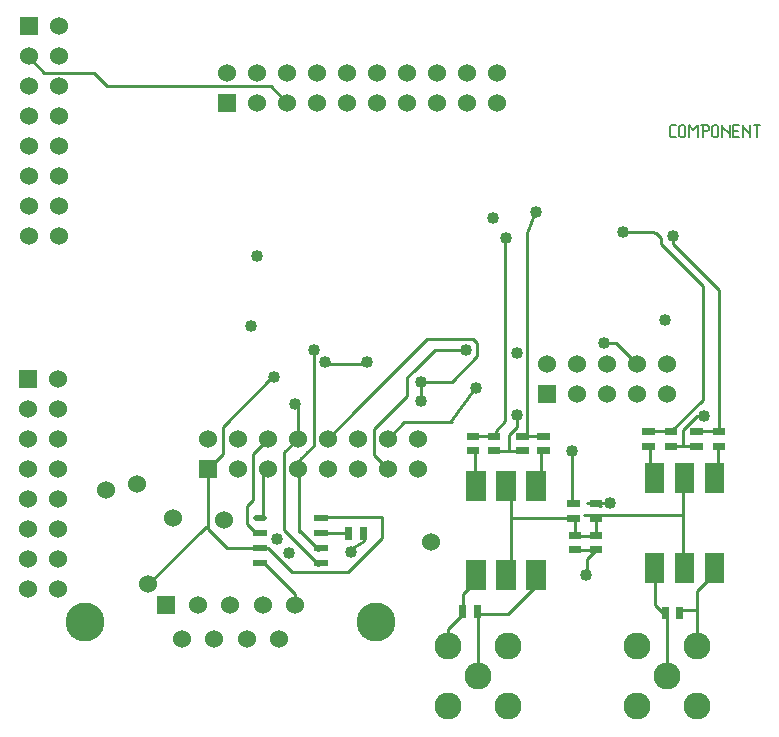
<source format=gbr>
G04 Title: RX Daughterboard, layergroup #2 *
G04 Creator: pcb-bin 1.99p *
G04 CreationDate: Thu Dec 30 23:48:06 2004 UTC *
G04 For: matt *
G04 Format: Gerber/RS-274X *
G04 PCB-Dimensions: 275000 250000 *
G04 PCB-Coordinate-Origin: lower left *
%MOIN*%
%FSLAX24Y24*%
G04 contains layers component (3) *
%IPPOS*%
%ADD11C,0.0100*%
%ADD12C,0.0300*%
%ADD13R,0.0600X0.0600*%
%ADD14R,0.0660X0.0660*%
%ADD15R,0.0900X0.0900X0.0600X0.0600*%
%ADD16R,0.0900X0.0900*%
%ADD17C,0.0600*%
%ADD18C,0.0660*%
%ADD19C,0.0900X0.0600*%
%ADD20C,0.0900*%
%ADD21C,0.0125*%
%AMTHERM1*7,0,0,0.0900,0.0600,0.0125,45*%
%ADD22THERM1*%
%ADD23C,0.1300*%
%ADD24C,0.1360*%
%ADD25C,0.1600X0.1300*%
%ADD26C,0.1600*%
%ADD27C,0.0150*%
%ADD28C,0.0250*%
%ADD29C,0.0080*%
%AMTHERM2*7,0,0,0.0900,0.0600,0.0100,45*%
%ADD30THERM2*%
%ADD31C,0.0200*%
%ADD32R,0.0240X0.0240*%
%ADD33R,0.0440X0.0440*%
%ADD34R,0.0300X0.0300*%
%ADD35C,0.0060*%
%ADD36C,0.0160*%
%ADD37C,0.0460*%
%ADD38C,0.0220*%
%ADD39R,0.0160X0.0160*%
%ADD40R,0.0460X0.0460*%
%ADD41R,0.0220X0.0220*%
%ADD42C,0.0500*%
%ADD43R,0.0200X0.0200*%
%ADD44R,0.0500X0.0500*%
%ADD45R,0.0540X0.0540*%
%ADD46R,0.0650X0.0650*%
%ADD47R,0.0950X0.0950*%
%ADD48C,0.1200X0.0900*%
%ADD49C,0.1200*%
%AMTHERM3*7,0,0,0.1200,0.0900,0.0150,45*%
%ADD50THERM3*%
%ADD51C,0.0720*%
%ADD52C,0.0920X0.0720*%
%ADD53C,0.0920*%
%ADD54C,0.0240*%
%ADD55C,0.0340*%
%ADD56C,0.0119*%
%ADD57C,0.1320*%
%ADD58C,0.1100*%
%ADD59C,0.1520*%
%ADD60C,0.1520X0.1320*%
%ADD61C,0.0400*%
%ADD62C,0.0600X0.0400*%
%AMTHERM4*7,0,0,0.0600,0.0400,0.0100,45*%
%ADD63THERM4*%
%ADD64C,0.0800*%
%ADD65C,0.0800X0.0600*%
%AMTHERM5*7,0,0,0.0800,0.0600,0.0160,45*%
%ADD66THERM5*%
%LNGROUP_1*%
%LPD*%
G01X0Y0D02*
G54D11*X12250Y6350D02*X11750Y6050D01*
X5060Y4910D02*X7000Y6800D01*
X10180Y9100D03*
X10380Y9300D03*
X12605Y11305D03*
X11050Y9750D03*
X14499Y12590D03*
X13050Y8750D03*
Y9750D03*
X13919Y12010D03*
X12010Y10710D03*
X10349Y9269D03*
X22800Y4050D02*X23300D01*
X22790Y4040D02*X22800Y4050D01*
X23350Y4680D02*Y2800D01*
X23950Y5280D02*X23350Y4680D01*
X19700Y5750D02*Y5200D01*
X20000Y6050D02*X19700Y5750D01*
X19220Y6050D02*X20000D01*
X19210Y6060D02*X19220Y6050D01*
X15050Y3400D02*Y2850D01*
X15560Y3910D02*X15050Y3400D01*
X15550Y4580D02*Y4090D01*
X16000Y5030D02*X15550Y4580D01*
X22420Y9500D02*X23350D01*
X22410Y9510D02*X22420Y9500D01*
X16520Y9350D02*X17550D01*
X16510Y9360D02*X16520Y9350D01*
X8940Y5600D02*X9950Y4590D01*
Y4250D01*
X12250Y6680D02*Y6350D01*
X12240Y6690D02*X12250Y6680D01*
X7000Y6800D02*X7050D01*
X8660Y5600D02*X8650Y5590D01*
X7050Y6750D02*X7700Y6100D01*
X7050Y8750D02*Y6750D01*
X9050Y6100D02*X8750D01*
X9850Y5300D02*X9050Y6100D01*
X11727Y5314D02*X9850Y5300D01*
X12877Y6464D02*X11727Y5314D01*
X12863Y7150D02*X12877Y6464D01*
X12300Y7150D02*X12863Y7150D01*
X11030Y7150D02*X12300D01*
X10980Y7100D02*X11030Y7150D01*
X19200Y9350D02*Y7550D01*
X17050Y3900D02*X18100Y4950D01*
X16050Y3900D02*X17050D01*
X10050Y9700D02*Y10900D01*
X15990Y9840D02*Y9850D01*
X17000Y5200D02*X17150D01*
X15140Y10310D02*X15950Y11450D01*
X18000Y8400D02*X18200D01*
X13610Y10310D02*X14499D01*
X17000Y8300D02*X17100D01*
X10050Y8969D02*X10180Y9100D01*
X16000Y8400D02*X15950D01*
X22900Y7200D02*Y8350D01*
X10180Y9100D02*X10349Y9269D01*
X20000Y6500D02*Y6540D01*
X23600Y10500D02*X23360D01*
X19300Y7100D02*Y7110D01*
X22410Y10000D02*X21700D01*
X19300Y6550D02*Y6540D01*
X20090Y7500D02*X20150D01*
X20090Y7590D02*Y7500D01*
X24010Y10000D02*X23400D01*
X20090Y7590D02*Y7650D01*
X17150Y7100D02*Y5200D01*
X20090Y7110D02*Y7100D01*
X22310Y3950D02*X22350D01*
X20000Y6540D02*Y6500D01*
X22310Y3900D02*X22250D01*
X10980Y6600D02*X11650D01*
X10050Y9750D02*Y10000D01*
X22410Y9990D02*Y10000D01*
X10380Y9300D02*X10600Y9519D01*
X22590Y9990D02*Y10000D01*
X15200Y10310D02*X14500D01*
X23440Y9990D02*Y9950D01*
X15189Y11660D02*X16029Y12500D01*
X21840Y9510D02*Y9500D01*
X16029Y12960D02*X15909Y13080D01*
X21660Y9990D02*Y10000D01*
X8940Y7100D02*Y7150D01*
X18160Y9360D02*Y9350D01*
X14380Y13080D02*X15909D01*
X16050Y1850D02*Y1800D01*
X12605Y11305D02*X12010Y10710D01*
X24010Y9510D02*Y9500D01*
X23360Y10500D02*X22900Y10039D01*
X24010Y9990D02*Y10000D01*
X10700Y5600D02*Y5550D01*
X24100Y10000D02*Y9990D01*
X10750Y6100D02*X10700Y6050D01*
X17640Y9840D02*Y9900D01*
X14639Y12730D02*X15679D01*
X22950Y5300D02*X22900D01*
X13030Y10510D03*
X23950Y8650D02*X24050D01*
X10050Y9750D02*Y10000D01*
X22950Y8350D02*X22900D01*
X11760Y6550D02*X11700D01*
X21950Y8650D02*X21800D01*
X14499Y12590D02*X13919Y12010D01*
X16040Y4000D02*X16050D01*
X22900Y10039D02*Y9550D01*
X16040Y3900D02*X16050D01*
X16510Y9840D02*Y9850D01*
X17000Y16450D02*X16980D01*
X18000Y17300D02*X17950D01*
X18000D02*Y17250D01*
X7550Y10150D02*X9200Y11800D01*
X17350Y10550D02*Y10139D01*
X13050Y9750D02*X13610Y10310D01*
X14499D02*X14500Y10310D01*
X7550Y9250D02*Y10150D01*
X7700Y6100D02*X8700D01*
X7050Y8750D02*X7550Y9250D01*
X9200Y11800D02*X9250D01*
X17350Y10139D02*X17100Y9889D01*
X12600Y10080D02*Y9200D01*
Y10080D02*X13030Y10510D01*
X13710Y11801D02*Y11190D01*
Y11801D02*X13919Y12010D01*
X17100Y9889D02*Y9350D01*
X14499Y12590D02*X14639Y12730D01*
X15679D02*X15679Y12730D01*
X15679D01*
X9700Y20950D02*X9150Y21500D01*
X11050Y9750D02*X12010Y10710D01*
X9150Y21500D02*X3700D01*
X12605Y11305D02*X14380Y13080D01*
X16029Y12500D02*Y12960D01*
X14149Y11660D02*X15189D01*
X14149D02*Y11009D01*
X10600Y12700D02*Y9519D01*
X3700Y21500D02*X3250Y21950D01*
X10380Y9300D02*X10349Y9269D01*
X3250Y21950D02*X1600D01*
X10050Y8750D02*Y8969D01*
X9600Y6700D02*X9650Y6650D01*
X9600Y9300D02*Y6700D01*
X10050Y9750D02*X9600Y9300D01*
X10100Y8700D02*Y6650D01*
X10050Y8750D02*X10100Y8700D01*
X8900Y8600D02*Y7100D01*
X9050Y8750D02*X8900Y8600D01*
X8350Y7500D02*Y6900D01*
X8550Y7700D02*X8350Y7500D01*
X8550Y9250D02*Y7700D01*
X9050Y9750D02*X8550Y9250D01*
X13710Y11190D02*X13030Y10510D01*
X8950Y7150D02*X8900Y7100D01*
X8350Y6900D02*X8650Y6600D01*
X10050Y9700D02*Y9750D01*
X10100Y6700D02*X10750Y6050D01*
X11650Y6600D02*X11700Y6550D01*
X16690Y9840D02*Y9850D01*
X9600Y6700D02*X10750Y5550D01*
X18000Y17300D02*Y17250D01*
X20450Y7600D02*X19700D01*
X23550Y11050D02*X22500Y10000D01*
X23550Y14850D02*Y11050D01*
X22150Y16250D02*X23550Y14850D01*
X22150Y16450D02*Y16250D01*
X22000Y16600D02*X22150Y16450D01*
X21950Y16600D02*X22000D01*
X21900Y16650D02*X21950Y16600D01*
X20900Y16650D02*X21900D01*
X19300Y6550D02*Y7100D01*
X19350Y6500D02*X19300Y6550D01*
X17700Y16600D02*Y9900D01*
X16980Y16450D02*Y10350D01*
X17150Y8250D02*X17100Y8300D01*
X20000Y7100D02*Y6540D01*
X1600Y21950D02*X1150Y22400D01*
X24100Y14700D02*Y10000D01*
X22550Y16250D02*X24100Y14700D01*
X22550Y16500D02*Y16250D01*
X20000Y6500D02*X19350D01*
X15950Y9300D02*Y8400D01*
X18150Y9350D02*Y8450D01*
X19300Y7100D02*X17150D01*
X17950Y17300D02*X17700Y16600D01*
X17150Y8250D02*Y7100D01*
X23400Y10000D02*X23350Y9950D01*
X15990Y9360D02*Y9300D01*
X12600Y9200D02*X13050Y8750D01*
X21800Y9500D02*Y8650D01*
X24050Y9500D02*Y8650D01*
X19600Y7200D02*X22900D01*
X17640Y9840D02*X18160D01*
X16650Y10019D02*Y9850D01*
X20150Y7500D02*X20000Y7650D01*
X16980Y10350D02*X16650Y10019D01*
X20250Y12950D02*X20650D01*
X18150Y8450D02*X18200Y8400D01*
X15900Y9850D02*X16510D01*
X22900Y5300D02*Y7200D01*
X10950Y12250D02*X12400D01*
X10900Y12300D02*X11000Y12250D01*
X21950Y4200D02*X22250Y3900D01*
X21950Y5200D02*Y4200D01*
X22350Y1850D02*Y3950D01*
X16050Y1800D02*Y3900D01*
X20650Y12950D02*X21350Y12250D01*
G04 Text: COMPONENT *
G54D29*X22500Y19800D02*X22650D01*
X22450Y19850D02*X22500Y19800D01*
X22450Y20150D02*Y19850D01*
Y20150D02*X22500Y20200D01*
X22650D01*
X22770Y20150D02*Y19850D01*
Y20150D02*X22820Y20200D01*
X22920D01*
X22970Y20150D01*
Y19850D01*
X22920Y19800D02*X22970Y19850D01*
X22820Y19800D02*X22920D01*
X22770Y19850D02*X22820Y19800D01*
X23090Y20200D02*Y19800D01*
Y20200D02*X23240Y20050D01*
X23390Y20200D01*
Y19800D01*
X23560Y20200D02*Y19800D01*
X23510Y20200D02*X23710D01*
X23760Y20150D01*
Y20050D01*
X23710Y20000D02*X23760Y20050D01*
X23560Y20000D02*X23710D01*
X23880Y20150D02*Y19850D01*
Y20150D02*X23930Y20200D01*
X24030D01*
X24080Y20150D01*
Y19850D01*
X24030Y19800D02*X24080Y19850D01*
X23930Y19800D02*X24030D01*
X23880Y19850D02*X23930Y19800D01*
X24200Y20200D02*Y19800D01*
Y20200D02*Y20150D01*
X24450Y19900D01*
Y20200D02*Y19800D01*
X24570Y20000D02*X24720D01*
X24570Y19800D02*X24770D01*
X24570Y20200D02*Y19800D01*
Y20200D02*X24770D01*
X24890D02*Y19800D01*
Y20200D02*Y20150D01*
X25140Y19900D01*
Y20200D02*Y19800D01*
X25260Y20200D02*X25460D01*
X25360D02*Y19800D01*
G54D13*X5650Y4210D03*
G54D17*X6730D03*
X7810D03*
X8890D03*
X9970D03*
X6190Y3090D03*
X7270D03*
X8350D03*
X9430D03*
G54D23*X2950Y3650D03*
X12670D03*
G54D13*X1100Y23500D03*
G54D17*X2100D03*
X1100Y22500D03*
X2100D03*
X1100Y21500D03*
X2100D03*
X1100Y20500D03*
X2100D03*
X1100Y19500D03*
X2100D03*
X1100Y18500D03*
X2100D03*
X1100Y17500D03*
X2100D03*
X1100Y16500D03*
X2100D03*
G54D13*X1050Y11750D03*
G54D17*X2050D03*
X1050Y10750D03*
X2050D03*
X1050Y9750D03*
X2050D03*
X1050Y8750D03*
X2050D03*
X1050Y7750D03*
X2050D03*
X1050Y6750D03*
X2050D03*
X1050Y5750D03*
X2050D03*
X1050Y4750D03*
X2050D03*
G54D13*X7050Y8750D03*
G54D17*Y9750D03*
X8050Y8750D03*
Y9750D03*
X9050Y8750D03*
Y9750D03*
X10050Y8750D03*
Y9750D03*
X11050Y8750D03*
Y9750D03*
X12050Y8750D03*
Y9750D03*
X13050Y8750D03*
Y9750D03*
X14050Y8750D03*
Y9750D03*
G54D20*X22350Y1850D03*
X21350Y2850D03*
X23350D03*
X21350Y850D03*
X23350D03*
X16050Y1850D03*
X15050Y2850D03*
X17050D03*
X15050Y850D03*
X17050D03*
G54D13*X18350Y11250D03*
G54D17*Y12250D03*
X19350Y11250D03*
Y12250D03*
X20350Y11250D03*
Y12250D03*
X21350Y11250D03*
Y12250D03*
X22350Y11250D03*
Y12250D03*
G54D13*X7700Y20950D03*
G54D17*Y21950D03*
X8700Y20950D03*
Y21950D03*
X9700Y20950D03*
Y21950D03*
X10700Y20950D03*
Y21950D03*
X11700Y20950D03*
Y21950D03*
X12700Y20950D03*
Y21950D03*
X13700Y20950D03*
Y21950D03*
X14700Y20950D03*
Y21950D03*
X15700Y20950D03*
Y21950D03*
X16700Y20950D03*
Y21950D03*
G54D61*X9250Y11800D03*
X22550Y16500D03*
X20900Y16650D03*
X17000Y16450D03*
X18000Y17300D03*
X20450Y7600D03*
X20250Y12950D03*
X10600Y12700D03*
X14149Y11009D03*
X16550Y17100D03*
X15679Y12730D03*
X15990Y11460D03*
X12350Y12300D03*
X9950Y10900D03*
X10950Y12300D03*
X19200Y9350D03*
X14149Y11660D03*
G54D17*X7600Y7050D03*
G54D61*X11828Y5970D03*
X8700Y15850D03*
X8500Y13500D03*
X19650Y5200D03*
X22300Y13700D03*
X17350Y12600D03*
X23600Y10500D03*
X17350Y10550D03*
G54D17*X14500Y6300D03*
X5060Y4910D03*
X3650Y8050D03*
X4700Y8250D03*
X5900Y7100D03*
G54D61*X9350Y6400D03*
X9750Y5950D03*
G54D31*X8660Y7100D02*X8940D01*
G54D43*X8660Y6600D02*X8940D01*
X8660Y6100D02*X8940D01*
X8660Y5600D02*X8940D01*
X10700D02*X10980D01*
X10700Y6100D02*X10980D01*
X10700Y6600D02*X10980D01*
X10700Y7100D02*X10980D01*
G54D32*X12240Y6690D02*Y6510D01*
X11760Y6690D02*Y6510D01*
X16510Y9840D02*X16690D01*
X16510Y9360D02*X16690D01*
X15810D02*X15990D01*
X15810Y9840D02*X15990D01*
G54D46*X16000Y5380D02*Y5030D01*
X17000Y5380D02*Y5030D01*
X18000Y5380D02*Y5030D01*
Y8370D02*Y8020D01*
X17000Y8370D02*Y8020D01*
X16000Y8370D02*Y8020D01*
G54D32*X19910Y6540D02*X20090D01*
X19910Y6060D02*X20090D01*
X19160Y7590D02*X19340D01*
X19160Y7110D02*X19340D01*
X19210Y6540D02*X19390D01*
X19210Y6060D02*X19390D01*
X19910Y7590D02*X20090D01*
X19910Y7110D02*X20090D01*
X22310Y4040D02*Y3860D01*
X22790Y4040D02*Y3860D01*
X22410Y9990D02*X22590D01*
X22410Y9510D02*X22590D01*
X23260Y9990D02*X23440D01*
X23260Y9510D02*X23440D01*
X21660D02*X21840D01*
X21660Y9990D02*X21840D01*
X18160Y9360D02*X18340D01*
X18160Y9840D02*X18340D01*
X24010Y9510D02*X24190D01*
X24010Y9990D02*X24190D01*
X17460Y9840D02*X17640D01*
X17460Y9360D02*X17640D01*
G54D46*X21950Y5630D02*Y5280D01*
X22950Y5630D02*Y5280D01*
X23950Y5630D02*Y5280D01*
Y8620D02*Y8270D01*
X22950Y8620D02*Y8270D01*
X21950Y8620D02*Y8270D01*
G54D32*X16040Y4090D02*Y3910D01*
X15560Y4090D02*Y3910D01*
M02*

</source>
